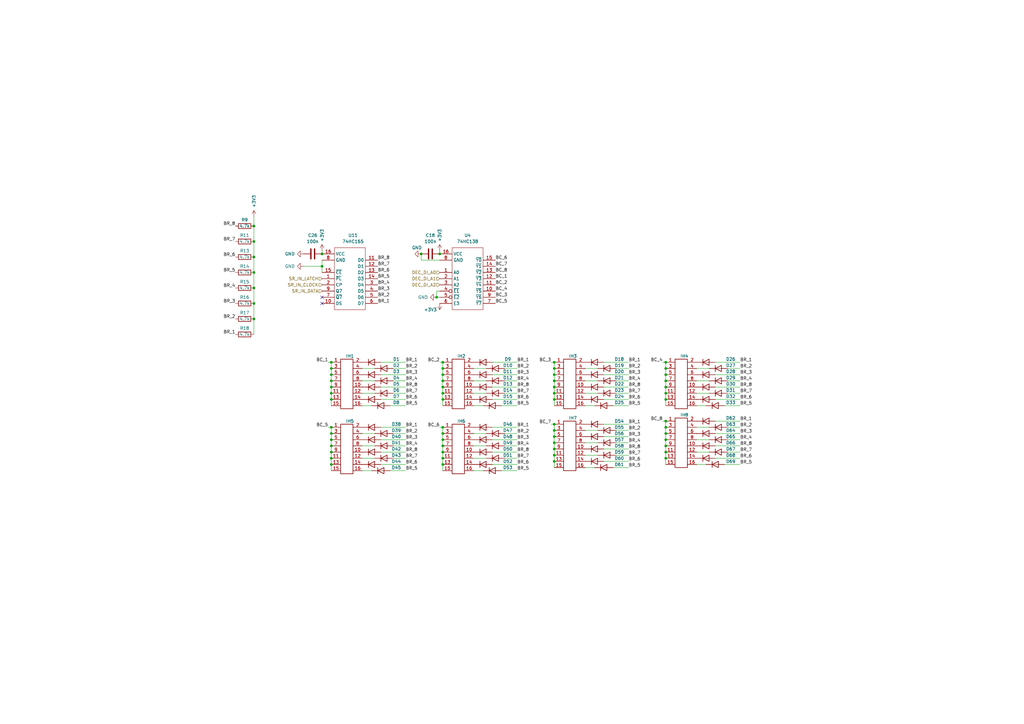
<source format=kicad_sch>
(kicad_sch (version 20211123) (generator eeschema)
  (paper "A3")
  (title_block (title "OpenDeck v2"))
  (lib_symbols
    (symbol "Connector_Generic:Conn_02x08_Odd_Even" (pin_names (offset 1.016) hide)
      (property "Reference" "IH1" (at 2.54 10.16 0))
      (symbol "Conn_02x08_Odd_Even_1_1"
        (rectangle (start -1.27 8.89) (end 3.81 -11.43) (stroke (width 0.254)))
        (pin passive line (at -5.08 7.62 0) (length 3.81) (name "Pin_1") (number "1"))
        (pin passive line (at 7.62 -2.54 180) (length 3.81) (name "Pin_10") (number "10"))
        (pin passive line (at -5.08 -5.08 0) (length 3.81) (name "Pin_11") (number "11"))
        (pin passive line (at 7.62 -5.08 180) (length 3.81) (name "Pin_12") (number "12"))
        (pin passive line (at -5.08 -7.62 0) (length 3.81) (name "Pin_13") (number "13"))
        (pin passive line (at 7.62 -7.62 180) (length 3.81) (name "Pin_14") (number "14"))
        (pin passive line (at -5.08 -10.16 0) (length 3.81) (name "Pin_15") (number "15"))
        (pin passive line (at 7.62 -10.16 180) (length 3.81) (name "Pin_16") (number "16"))
        (pin passive line (at 7.62 7.62 180) (length 3.81) (name "Pin_2") (number "2"))
        (pin passive line (at -5.08 5.08 0) (length 3.81) (name "Pin_3") (number "3"))
        (pin passive line (at 7.62 5.08 180) (length 3.81) (name "Pin_4") (number "4"))
        (pin passive line (at -5.08 2.54 0) (length 3.81) (name "Pin_5") (number "5"))
        (pin passive line (at 7.62 2.54 180) (length 3.81) (name "Pin_6") (number "6"))
        (pin passive line (at -5.08 0 0) (length 3.81) (name "Pin_7") (number "7"))
        (pin passive line (at 7.62 0 180) (length 3.81) (name "Pin_8") (number "8"))
        (pin passive line (at -5.08 -2.54 0) (length 3.81) (name "Pin_9") (number "9"))
      )
    )
    (symbol "Device:C" (pin_numbers hide) (pin_names (offset 0.254))
      (property "Reference" "C" (at 0.635 2.54 0))
      (property "Value" "C" (at 0.635 -2.54 0))
      (symbol "C_0_1"
        (polyline (pts (xy -2.032 -0.762) (xy 2.032 -0.762)) (stroke (width 0.508)))
        (polyline (pts (xy -2.032 0.762) (xy 2.032 0.762)) (stroke (width 0.508)))
      )
      (symbol "C_1_1"
        (pin passive line (at 0 3.81 270) (length 2.794) (name "~") (number "1"))
        (pin passive line (at 0 -3.81 90) (length 2.794) (name "~") (number "2"))
      )
    )
    (symbol "Device:R" (pin_numbers hide) (pin_names (offset 0))
      (property "Reference" "R" (at 2.032 0 90))
      (property "Value" "R" (at 0 0 90))
      (symbol "R_0_1"
        (rectangle (start -1.016 -2.54) (end 1.016 2.54) (stroke (width 0.254)))
      )
      (symbol "R_1_1"
        (pin passive line (at 0 3.81 270) (length 1.27) (name "~") (number "1"))
        (pin passive line (at 0 -3.81 90) (length 1.27) (name "~") (number "2"))
      )
    )
    (symbol "Diode:1N4148WT" (pin_numbers hide) (pin_names (offset 1.016) hide)
      (property "Reference" "D" (at 0 2.54 0))
      (property "Value" "1N4148WT" (at 0 -2.54 0))
      (symbol "1N4148WT_0_1"
        (polyline (pts (xy -1.27 1.27) (xy -1.27 -1.27)) (stroke (width 0.254)))
        (polyline (pts (xy 1.27 0) (xy -1.27 0)))
        (polyline (pts (xy 1.27 1.27) (xy 1.27 -1.27) (xy -1.27 0) (xy 1.27 1.27)) (stroke (width 0.254)))
      )
      (symbol "1N4148WT_1_1"
        (pin passive line (at -3.81 0 0) (length 2.54) (name "K") (number "1"))
        (pin passive line (at 3.81 0 180) (length 2.54) (name "A") (number "2"))
      )
    )
    (symbol "Igor:74HC138"
      (property "Reference" "U?" (at 6.35 29.21 0))
      (property "Value" "74HC138" (at 6.35 26.67 0))
      (symbol "74HC138_0_0"
        (pin power_in line (at -5.08 22.86 0) (length 5.08) (name "VCC") (number "16"))
      )
      (symbol "74HC138_0_1"
        (rectangle (start 0 25.4) (end 12.7 0))
      )
      (symbol "74HC138_1_1"
        (pin input line (at -5.08 15.24 0) (length 5.08) (name "A0") (number "1"))
        (pin output line (at 17.78 7.62 180) (length 5.08) (name "~{Y5}") (number "10"))
        (pin output line (at 17.78 10.16 180) (length 5.08) (name "~{Y4}") (number "11"))
        (pin output line (at 17.78 12.7 180) (length 5.08) (name "~{Y3}") (number "12"))
        (pin output line (at 17.78 15.24 180) (length 5.08) (name "~{Y2}") (number "13"))
        (pin output line (at 17.78 17.78 180) (length 5.08) (name "~{Y1}") (number "14"))
        (pin output line (at 17.78 20.32 180) (length 5.08) (name "~{Y0}") (number "15"))
        (pin input line (at -5.08 12.7 0) (length 5.08) (name "A1") (number "2"))
        (pin input line (at -5.08 10.16 0) (length 5.08) (name "A2") (number "3"))
        (pin input inverted (at -5.08 7.62 0) (length 5.08) (name "~{E1}") (number "4"))
        (pin input inverted (at -5.08 5.08 0) (length 5.08) (name "~{E2}") (number "5"))
        (pin input line (at -5.08 2.54 0) (length 5.08) (name "E3") (number "6"))
        (pin output line (at 17.78 2.54 180) (length 5.08) (name "~{Y7}") (number "7"))
        (pin power_in line (at -5.08 20.32 0) (length 5.08) (name "GND") (number "8"))
        (pin output line (at 17.78 5.08 180) (length 5.08) (name "~{Y6}") (number "9"))
      )
    )
    (symbol "Igor:74HC165"
      (property "Reference" "U?" (at 6.35 29.21 0))
      (property "Value" "74HC165" (at 6.35 26.67 0))
      (symbol "74HC165_1_0"
        (pin input line (at -5.08 12.7 0) (length 5.08) (name "~{PL}") (number "1"))
        (pin input line (at -5.08 2.54 0) (length 5.08) (name "DS") (number "10"))
        (pin input line (at 17.78 20.32 180) (length 5.08) (name "D0") (number "11"))
        (pin input line (at 17.78 17.78 180) (length 5.08) (name "D1") (number "12"))
        (pin input line (at 17.78 15.24 180) (length 5.08) (name "D2") (number "13"))
        (pin input line (at 17.78 12.7 180) (length 5.08) (name "D3") (number "14"))
        (pin input line (at -5.08 15.24 0) (length 5.08) (name "~{CE}") (number "15"))
        (pin power_in line (at -5.08 22.86 0) (length 5.08) (name "VCC") (number "16"))
        (pin input line (at -5.08 10.16 0) (length 5.08) (name "CP") (number "2"))
        (pin input line (at 17.78 10.16 180) (length 5.08) (name "D4") (number "3"))
        (pin input line (at 17.78 7.62 180) (length 5.08) (name "D5") (number "4"))
        (pin input line (at 17.78 5.08 180) (length 5.08) (name "D6") (number "5"))
        (pin input line (at 17.78 2.54 180) (length 5.08) (name "D7") (number "6"))
        (pin output line (at -5.08 5.08 0) (length 5.08) (name "~{Q7}") (number "7"))
        (pin power_in line (at -5.08 20.32 0) (length 5.08) (name "GND") (number "8"))
        (pin output line (at -5.08 7.62 0) (length 5.08) (name "Q7") (number "9"))
      )
      (symbol "74HC165_1_1"
        (rectangle (start 0 25.4) (end 12.7 0))
      )
    )
    (symbol "power:+3.3V" (power) (pin_names (offset 0))
      (property "Value" "+3.3V" (at 0 3.556 0))
      (symbol "+3.3V_0_1"
        (polyline (pts (xy -0.762 1.27) (xy 0 2.54)))
        (polyline (pts (xy 0 0) (xy 0 2.54)))
        (polyline (pts (xy 0 2.54) (xy 0.762 1.27)))
      )
      (symbol "+3.3V_1_1"
        (pin power_in line (at 0 0 90) (length 0) hide (name "+3V3") (number "1"))
      )
    )
    (symbol "power:GND" (power) (pin_names (offset 0))
      (property "Value" "GND" (at 0 -3.81 0))
      (symbol "GND_0_1"
        (polyline (pts (xy 0 0) (xy 0 -1.27) (xy 1.27 -1.27) (xy 0 -2.54) (xy -1.27 -1.27) (xy 0 -1.27)))
      )
      (symbol "GND_1_1"
        (pin power_in line (at 0 0 270) (length 0) hide (name "GND") (number "1"))
      )
    )
  )
  (junction (at 227.33 181.61))
  (junction (at 132.08 104.14))
  (junction (at 227.33 176.53))
  (junction (at 181.61 180.34))
  (junction (at 135.89 151.13))
  (junction (at 104.14 105.41))
  (junction (at 135.89 180.34))
  (junction (at 181.61 185.42))
  (junction (at 135.89 185.42))
  (junction (at 181.61 187.96))
  (junction (at 135.89 177.8))
  (junction (at 135.89 182.88))
  (junction (at 273.05 172.72))
  (junction (at 273.05 163.83))
  (junction (at 132.08 109.22))
  (junction (at 181.61 153.67))
  (junction (at 273.05 177.8))
  (junction (at 273.05 182.88))
  (junction (at 227.33 148.59))
  (junction (at 227.33 189.23))
  (junction (at 273.05 185.42))
  (junction (at 181.61 190.5))
  (junction (at 104.14 130.81))
  (junction (at 273.05 187.96))
  (junction (at 227.33 158.75))
  (junction (at 135.89 175.26))
  (junction (at 181.61 151.13))
  (junction (at 181.61 148.59))
  (junction (at 273.05 180.34))
  (junction (at 273.05 151.13))
  (junction (at 135.89 156.21))
  (junction (at 181.61 158.75))
  (junction (at 273.05 156.21))
  (junction (at 135.89 163.83))
  (junction (at 135.89 161.29))
  (junction (at 179.07 121.92))
  (junction (at 104.14 92.71))
  (junction (at 135.89 190.5))
  (junction (at 180.34 104.14))
  (junction (at 181.61 177.8))
  (junction (at 227.33 151.13))
  (junction (at 227.33 163.83))
  (junction (at 104.14 118.11))
  (junction (at 227.33 184.15))
  (junction (at 273.05 175.26))
  (junction (at 227.33 179.07))
  (junction (at 227.33 161.29))
  (junction (at 227.33 186.69))
  (junction (at 181.61 163.83))
  (junction (at 273.05 148.59))
  (junction (at 227.33 156.21))
  (junction (at 273.05 153.67))
  (junction (at 104.14 99.06))
  (junction (at 135.89 148.59))
  (junction (at 135.89 153.67))
  (junction (at 104.14 111.76))
  (junction (at 104.14 124.46))
  (junction (at 181.61 156.21))
  (junction (at 227.33 153.67))
  (junction (at 181.61 161.29))
  (junction (at 273.05 161.29))
  (junction (at 227.33 173.99))
  (junction (at 181.61 182.88))
  (junction (at 172.72 104.14))
  (junction (at 181.61 175.26))
  (junction (at 135.89 158.75))
  (junction (at 273.05 158.75))
  (junction (at 135.89 187.96))
  (no_connect (at 132.08 124.46))
  (no_connect (at 132.08 121.92))
  (wire (pts (xy 124.46 109.22) (xy 132.08 109.22)))
  (wire (pts (xy 156.21 163.83) (xy 166.37 163.83)))
  (wire (pts (xy 293.37 172.72) (xy 303.53 172.72)))
  (wire (pts (xy 247.65 158.75) (xy 257.81 158.75)))
  (wire (pts (xy 135.89 156.21) (xy 135.89 158.75)))
  (wire (pts (xy 161.29 161.29) (xy 166.37 161.29)))
  (wire (pts (xy 298.45 175.26) (xy 303.53 175.26)))
  (wire (pts (xy 201.93 153.67) (xy 212.09 153.67)))
  (wire (pts (xy 181.61 156.21) (xy 181.61 158.75)))
  (wire (pts (xy 298.45 156.21) (xy 303.53 156.21)))
  (wire (pts (xy 135.89 151.13) (xy 135.89 153.67)))
  (wire (pts (xy 181.61 158.75) (xy 181.61 161.29)))
  (wire (pts (xy 227.33 158.75) (xy 227.33 161.29)))
  (wire (pts (xy 293.37 187.96) (xy 303.53 187.96)))
  (wire (pts (xy 247.65 189.23) (xy 257.81 189.23)))
  (wire (pts (xy 247.65 184.15) (xy 257.81 184.15)))
  (wire (pts (xy 271.78 172.72) (xy 273.05 172.72)))
  (wire (pts (xy 297.18 190.5) (xy 303.53 190.5)))
  (wire (pts (xy 198.12 166.37) (xy 194.31 166.37)))
  (wire (pts (xy 180.34 102.87) (xy 180.34 104.14)))
  (wire (pts (xy 201.93 190.5) (xy 212.09 190.5)))
  (wire (pts (xy 135.89 187.96) (xy 135.89 190.5)))
  (wire (pts (xy 243.84 191.77) (xy 240.03 191.77)))
  (wire (pts (xy 298.45 180.34) (xy 303.53 180.34)))
  (wire (pts (xy 227.33 153.67) (xy 227.33 156.21)))
  (wire (pts (xy 247.65 163.83) (xy 257.81 163.83)))
  (wire (pts (xy 201.93 185.42) (xy 212.09 185.42)))
  (wire (pts (xy 251.46 191.77) (xy 257.81 191.77)))
  (wire (pts (xy 289.56 190.5) (xy 285.75 190.5)))
  (wire (pts (xy 132.08 106.68) (xy 132.08 109.22)))
  (wire (pts (xy 199.39 161.29) (xy 194.31 161.29)))
  (wire (pts (xy 132.08 102.87) (xy 132.08 104.14)))
  (wire (pts (xy 227.33 173.99) (xy 227.33 176.53)))
  (wire (pts (xy 104.14 99.06) (xy 104.14 105.41)))
  (wire (pts (xy 135.89 177.8) (xy 135.89 180.34)))
  (wire (pts (xy 273.05 156.21) (xy 273.05 158.75)))
  (wire (pts (xy 104.14 105.41) (xy 104.14 111.76)))
  (wire (pts (xy 180.34 106.68) (xy 172.72 106.68)))
  (wire (pts (xy 245.11 181.61) (xy 240.03 181.61)))
  (wire (pts (xy 227.33 189.23) (xy 227.33 191.77)))
  (wire (pts (xy 156.21 175.26) (xy 166.37 175.26)))
  (wire (pts (xy 243.84 166.37) (xy 240.03 166.37)))
  (wire (pts (xy 293.37 158.75) (xy 303.53 158.75)))
  (wire (pts (xy 290.83 156.21) (xy 285.75 156.21)))
  (wire (pts (xy 135.89 175.26) (xy 135.89 177.8)))
  (wire (pts (xy 251.46 166.37) (xy 257.81 166.37)))
  (wire (pts (xy 201.93 158.75) (xy 212.09 158.75)))
  (wire (pts (xy 293.37 177.8) (xy 303.53 177.8)))
  (wire (pts (xy 207.01 151.13) (xy 212.09 151.13)))
  (wire (pts (xy 153.67 182.88) (xy 148.59 182.88)))
  (wire (pts (xy 252.73 161.29) (xy 257.81 161.29)))
  (wire (pts (xy 180.34 175.26) (xy 181.61 175.26)))
  (wire (pts (xy 273.05 175.26) (xy 273.05 177.8)))
  (wire (pts (xy 181.61 187.96) (xy 181.61 190.5)))
  (wire (pts (xy 245.11 186.69) (xy 240.03 186.69)))
  (wire (pts (xy 181.61 180.34) (xy 181.61 182.88)))
  (wire (pts (xy 135.89 163.83) (xy 135.89 166.37)))
  (wire (pts (xy 273.05 161.29) (xy 273.05 163.83)))
  (wire (pts (xy 207.01 177.8) (xy 212.09 177.8)))
  (wire (pts (xy 227.33 181.61) (xy 227.33 184.15)))
  (wire (pts (xy 153.67 151.13) (xy 148.59 151.13)))
  (wire (pts (xy 201.93 163.83) (xy 212.09 163.83)))
  (wire (pts (xy 245.11 151.13) (xy 240.03 151.13)))
  (wire (pts (xy 293.37 163.83) (xy 303.53 163.83)))
  (wire (pts (xy 179.07 121.92) (xy 180.34 121.92)))
  (wire (pts (xy 180.34 119.38) (xy 179.07 119.38)))
  (wire (pts (xy 199.39 177.8) (xy 194.31 177.8)))
  (wire (pts (xy 273.05 153.67) (xy 273.05 156.21)))
  (wire (pts (xy 201.93 148.59) (xy 212.09 148.59)))
  (wire (pts (xy 207.01 182.88) (xy 212.09 182.88)))
  (wire (pts (xy 290.83 180.34) (xy 285.75 180.34)))
  (wire (pts (xy 181.61 190.5) (xy 181.61 193.04)))
  (wire (pts (xy 289.56 166.37) (xy 285.75 166.37)))
  (wire (pts (xy 273.05 172.72) (xy 273.05 175.26)))
  (wire (pts (xy 252.73 151.13) (xy 257.81 151.13)))
  (wire (pts (xy 252.73 186.69) (xy 257.81 186.69)))
  (wire (pts (xy 199.39 156.21) (xy 194.31 156.21)))
  (wire (pts (xy 298.45 161.29) (xy 303.53 161.29)))
  (wire (pts (xy 181.61 151.13) (xy 181.61 153.67)))
  (wire (pts (xy 135.89 153.67) (xy 135.89 156.21)))
  (wire (pts (xy 181.61 148.59) (xy 181.61 151.13)))
  (wire (pts (xy 135.89 148.59) (xy 135.89 151.13)))
  (wire (pts (xy 153.67 156.21) (xy 148.59 156.21)))
  (wire (pts (xy 179.07 119.38) (xy 179.07 121.92)))
  (wire (pts (xy 273.05 163.83) (xy 273.05 166.37)))
  (wire (pts (xy 207.01 156.21) (xy 212.09 156.21)))
  (wire (pts (xy 104.14 130.81) (xy 104.14 137.16)))
  (wire (pts (xy 181.61 163.83) (xy 181.61 166.37)))
  (wire (pts (xy 293.37 182.88) (xy 303.53 182.88)))
  (wire (pts (xy 199.39 187.96) (xy 194.31 187.96)))
  (wire (pts (xy 245.11 156.21) (xy 240.03 156.21)))
  (wire (pts (xy 252.73 156.21) (xy 257.81 156.21)))
  (wire (pts (xy 104.14 92.71) (xy 104.14 99.06)))
  (wire (pts (xy 181.61 182.88) (xy 181.61 185.42)))
  (wire (pts (xy 273.05 185.42) (xy 273.05 187.96)))
  (wire (pts (xy 104.14 88.9) (xy 104.14 92.71)))
  (wire (pts (xy 247.65 148.59) (xy 257.81 148.59)))
  (wire (pts (xy 132.08 109.22) (xy 132.08 111.76)))
  (wire (pts (xy 293.37 153.67) (xy 303.53 153.67)))
  (wire (pts (xy 104.14 111.76) (xy 104.14 118.11)))
  (wire (pts (xy 134.62 148.59) (xy 135.89 148.59)))
  (wire (pts (xy 156.21 180.34) (xy 166.37 180.34)))
  (wire (pts (xy 180.34 148.59) (xy 181.61 148.59)))
  (wire (pts (xy 298.45 151.13) (xy 303.53 151.13)))
  (wire (pts (xy 273.05 158.75) (xy 273.05 161.29)))
  (wire (pts (xy 135.89 182.88) (xy 135.89 185.42)))
  (wire (pts (xy 135.89 185.42) (xy 135.89 187.96)))
  (wire (pts (xy 135.89 158.75) (xy 135.89 161.29)))
  (wire (pts (xy 245.11 176.53) (xy 240.03 176.53)))
  (wire (pts (xy 252.73 176.53) (xy 257.81 176.53)))
  (wire (pts (xy 227.33 176.53) (xy 227.33 179.07)))
  (wire (pts (xy 152.4 166.37) (xy 148.59 166.37)))
  (wire (pts (xy 181.61 161.29) (xy 181.61 163.83)))
  (wire (pts (xy 227.33 161.29) (xy 227.33 163.83)))
  (wire (pts (xy 181.61 185.42) (xy 181.61 187.96)))
  (wire (pts (xy 227.33 156.21) (xy 227.33 158.75)))
  (wire (pts (xy 247.65 173.99) (xy 257.81 173.99)))
  (wire (pts (xy 135.89 190.5) (xy 135.89 193.04)))
  (wire (pts (xy 227.33 163.83) (xy 227.33 166.37)))
  (wire (pts (xy 135.89 180.34) (xy 135.89 182.88)))
  (wire (pts (xy 227.33 186.69) (xy 227.33 189.23)))
  (wire (pts (xy 181.61 175.26) (xy 181.61 177.8)))
  (wire (pts (xy 247.65 153.67) (xy 257.81 153.67)))
  (wire (pts (xy 161.29 156.21) (xy 166.37 156.21)))
  (wire (pts (xy 227.33 184.15) (xy 227.33 186.69)))
  (wire (pts (xy 199.39 151.13) (xy 194.31 151.13)))
  (wire (pts (xy 273.05 187.96) (xy 273.05 190.5)))
  (wire (pts (xy 273.05 177.8) (xy 273.05 180.34)))
  (wire (pts (xy 273.05 182.88) (xy 273.05 185.42)))
  (wire (pts (xy 161.29 177.8) (xy 166.37 177.8)))
  (wire (pts (xy 181.61 153.67) (xy 181.61 156.21)))
  (wire (pts (xy 290.83 185.42) (xy 285.75 185.42)))
  (wire (pts (xy 156.21 148.59) (xy 166.37 148.59)))
  (wire (pts (xy 227.33 148.59) (xy 227.33 151.13)))
  (wire (pts (xy 273.05 148.59) (xy 273.05 151.13)))
  (wire (pts (xy 297.18 166.37) (xy 303.53 166.37)))
  (wire (pts (xy 152.4 193.04) (xy 148.59 193.04)))
  (wire (pts (xy 161.29 182.88) (xy 166.37 182.88)))
  (wire (pts (xy 205.74 166.37) (xy 212.09 166.37)))
  (wire (pts (xy 153.67 177.8) (xy 148.59 177.8)))
  (wire (pts (xy 201.93 180.34) (xy 212.09 180.34)))
  (wire (pts (xy 247.65 179.07) (xy 257.81 179.07)))
  (wire (pts (xy 290.83 175.26) (xy 285.75 175.26)))
  (wire (pts (xy 293.37 148.59) (xy 303.53 148.59)))
  (wire (pts (xy 207.01 187.96) (xy 212.09 187.96)))
  (wire (pts (xy 160.02 193.04) (xy 166.37 193.04)))
  (wire (pts (xy 201.93 175.26) (xy 212.09 175.26)))
  (wire (pts (xy 172.72 106.68) (xy 172.72 104.14)))
  (wire (pts (xy 199.39 182.88) (xy 194.31 182.88)))
  (wire (pts (xy 290.83 151.13) (xy 285.75 151.13)))
  (wire (pts (xy 252.73 181.61) (xy 257.81 181.61)))
  (wire (pts (xy 205.74 193.04) (xy 212.09 193.04)))
  (wire (pts (xy 227.33 151.13) (xy 227.33 153.67)))
  (wire (pts (xy 135.89 161.29) (xy 135.89 163.83)))
  (wire (pts (xy 156.21 185.42) (xy 166.37 185.42)))
  (wire (pts (xy 156.21 158.75) (xy 166.37 158.75)))
  (wire (pts (xy 273.05 180.34) (xy 273.05 182.88)))
  (wire (pts (xy 226.06 148.59) (xy 227.33 148.59)))
  (wire (pts (xy 153.67 161.29) (xy 148.59 161.29)))
  (wire (pts (xy 161.29 187.96) (xy 166.37 187.96)))
  (wire (pts (xy 273.05 151.13) (xy 273.05 153.67)))
  (wire (pts (xy 198.12 193.04) (xy 194.31 193.04)))
  (wire (pts (xy 156.21 153.67) (xy 166.37 153.67)))
  (wire (pts (xy 153.67 187.96) (xy 148.59 187.96)))
  (wire (pts (xy 160.02 166.37) (xy 166.37 166.37)))
  (wire (pts (xy 298.45 185.42) (xy 303.53 185.42)))
  (wire (pts (xy 226.06 173.99) (xy 227.33 173.99)))
  (wire (pts (xy 245.11 161.29) (xy 240.03 161.29)))
  (wire (pts (xy 104.14 118.11) (xy 104.14 124.46)))
  (wire (pts (xy 181.61 177.8) (xy 181.61 180.34)))
  (wire (pts (xy 207.01 161.29) (xy 212.09 161.29)))
  (wire (pts (xy 290.83 161.29) (xy 285.75 161.29)))
  (wire (pts (xy 104.14 124.46) (xy 104.14 130.81)))
  (wire (pts (xy 156.21 190.5) (xy 166.37 190.5)))
  (wire (pts (xy 134.62 175.26) (xy 135.89 175.26)))
  (wire (pts (xy 161.29 151.13) (xy 166.37 151.13)))
  (wire (pts (xy 271.78 148.59) (xy 273.05 148.59)))
  (wire (pts (xy 227.33 179.07) (xy 227.33 181.61)))
  (label "BR_8" (at 303.53 182.88 0))
  (label "BR_4" (at 212.09 182.88 0))
  (label "BR_8" (at 96.52 92.71 180))
  (label "BC_8" (at 271.78 172.72 180))
  (label "BC_2" (at 203.2 116.84 0))
  (label "BR_8" (at 212.09 158.75 0))
  (label "BR_2" (at 303.53 175.26 0))
  (label "BR_4" (at 154.94 116.84 0))
  (label "BR_6" (at 257.81 163.83 0))
  (label "BR_7" (at 257.81 161.29 0))
  (label "BR_7" (at 96.52 99.06 180))
  (label "BR_1" (at 166.37 175.26 0))
  (label "BR_1" (at 303.53 172.72 0))
  (label "BR_8" (at 257.81 158.75 0))
  (label "BR_6" (at 154.94 111.76 0))
  (label "BR_4" (at 257.81 156.21 0))
  (label "BR_4" (at 166.37 156.21 0))
  (label "BR_1" (at 166.37 148.59 0))
  (label "BR_1" (at 303.53 148.59 0))
  (label "BR_5" (at 212.09 193.04 0))
  (label "BR_2" (at 96.52 130.81 180))
  (label "BR_7" (at 257.81 186.69 0))
  (label "BR_6" (at 212.09 163.83 0))
  (label "BR_5" (at 154.94 114.3 0))
  (label "BR_7" (at 166.37 161.29 0))
  (label "BR_2" (at 303.53 151.13 0))
  (label "BR_3" (at 257.81 153.67 0))
  (label "BR_5" (at 166.37 166.37 0))
  (label "BR_6" (at 257.81 189.23 0))
  (label "BR_7" (at 212.09 161.29 0))
  (label "BR_3" (at 96.52 124.46 180))
  (label "BR_3" (at 303.53 153.67 0))
  (label "BR_2" (at 166.37 151.13 0))
  (label "BC_1" (at 203.2 114.3 0))
  (label "BR_5" (at 212.09 166.37 0))
  (label "BR_8" (at 212.09 185.42 0))
  (label "BC_8" (at 203.2 111.76 0))
  (label "BC_4" (at 203.2 119.38 0))
  (label "BR_7" (at 303.53 185.42 0))
  (label "BC_1" (at 134.62 148.59 180))
  (label "BC_4" (at 271.78 148.59 180))
  (label "BR_4" (at 257.81 181.61 0))
  (label "BR_3" (at 166.37 153.67 0))
  (label "BR_5" (at 257.81 191.77 0))
  (label "BR_4" (at 96.52 118.11 180))
  (label "BR_2" (at 212.09 151.13 0))
  (label "BR_8" (at 303.53 158.75 0))
  (label "BR_8" (at 257.81 184.15 0))
  (label "BR_2" (at 212.09 177.8 0))
  (label "BR_1" (at 212.09 175.26 0))
  (label "BR_3" (at 166.37 180.34 0))
  (label "BR_1" (at 212.09 148.59 0))
  (label "BR_8" (at 166.37 185.42 0))
  (label "BR_4" (at 303.53 156.21 0))
  (label "BR_8" (at 154.94 106.68 0))
  (label "BR_6" (at 303.53 163.83 0))
  (label "BR_2" (at 257.81 151.13 0))
  (label "BR_3" (at 154.94 119.38 0))
  (label "BC_7" (at 226.06 173.99 180))
  (label "BR_3" (at 257.81 179.07 0))
  (label "BC_5" (at 203.2 124.46 0))
  (label "BR_1" (at 154.94 124.46 0))
  (label "BR_1" (at 257.81 148.59 0))
  (label "BR_6" (at 166.37 163.83 0))
  (label "BR_5" (at 303.53 190.5 0))
  (label "BR_5" (at 303.53 166.37 0))
  (label "BR_7" (at 212.09 187.96 0))
  (label "BR_8" (at 166.37 158.75 0))
  (label "BC_5" (at 134.62 175.26 180))
  (label "BC_7" (at 203.2 109.22 0))
  (label "BR_6" (at 166.37 190.5 0))
  (label "BR_1" (at 96.52 137.16 180))
  (label "BR_2" (at 166.37 177.8 0))
  (label "BR_4" (at 303.53 180.34 0))
  (label "BR_7" (at 303.53 161.29 0))
  (label "BR_3" (at 212.09 153.67 0))
  (label "BR_3" (at 303.53 177.8 0))
  (label "BR_3" (at 212.09 180.34 0))
  (label "BC_6" (at 180.34 175.26 180))
  (label "BR_5" (at 257.81 166.37 0))
  (label "BR_6" (at 303.53 187.96 0))
  (label "BC_2" (at 180.34 148.59 180))
  (label "BR_7" (at 166.37 187.96 0))
  (label "BR_6" (at 212.09 190.5 0))
  (label "BR_2" (at 154.94 121.92 0))
  (label "BR_5" (at 166.37 193.04 0))
  (label "BR_7" (at 154.94 109.22 0))
  (label "BR_4" (at 212.09 156.21 0))
  (label "BR_6" (at 96.52 105.41 180))
  (label "BC_3" (at 203.2 121.92 0))
  (label "BR_2" (at 257.81 176.53 0))
  (label "BR_4" (at 166.37 182.88 0))
  (label "BR_1" (at 257.81 173.99 0))
  (label "BR_5" (at 96.52 111.76 180))
  (label "BC_3" (at 226.06 148.59 180))
  (label "BC_6" (at 203.2 106.68 0))
  (hierarchical_label "DEC_DI_A1" (shape input) (at 180.34 114.3 180))
  (hierarchical_label "DEC_DI_A2" (shape input) (at 180.34 116.84 180))
  (hierarchical_label "SR_IN_DATA" (shape input) (at 132.08 119.38 180))
  (hierarchical_label "SR_IN_CLOCK" (shape input) (at 132.08 116.84 180))
  (hierarchical_label "SR_IN_LATCH" (shape input) (at 132.08 114.3 180))
  (hierarchical_label "DEC_DI_A0" (shape input) (at 180.34 111.76 180))
  (symbol (lib_id "Diode:1N4148WT") (at 198.12 175.26 0) (unit 1)
    (property "Reference" "D46" (at 208.28 173.99 0))
    (property "Value" "1N4148WT" (effects hide))
    (property "Footprint" "Diode_SMD:D_SOD-523" (effects hide))
    (property "Datasheet" "https://www.diodes.com/assets/Datasheets/ds30396.pdf" (effects hide))
    (property "LCSC" "C232841" (effects hide))
  )
  (symbol (lib_id "Diode:1N4148WT") (at 293.37 166.37 0) (unit 1)
    (property "Reference" "D33" (at 299.72 165.1 0))
    (property "Value" "1N4148WT" (effects hide))
    (property "Footprint" "Diode_SMD:D_SOD-523" (effects hide))
    (property "Datasheet" "https://www.diodes.com/assets/Datasheets/ds30396.pdf" (effects hide))
    (property "LCSC" "C232841" (effects hide))
  )
  (symbol (lib_id "power:+3.3V") (at 180.34 124.46 180) (unit 1)
    (property "Reference" "#PWR0176" (effects hide))
    (property "Value" "+3.3V" (at 176.53 127 0))
  )
  (symbol (lib_id "Device:C") (at 128.27 104.14 90) (unit 1)
    (property "Reference" "C26" (at 128.27 96.52 90))
    (property "Value" "100n" (at 128.27 99.06 90))
    (property "Footprint" "Capacitor_SMD:C_0402_1005Metric" (effects hide))
    (property "LCSC" "C1525" (effects hide))
  )
  (symbol (lib_id "Device:R") (at 100.33 137.16 90) (unit 1)
    (property "Reference" "R18" (at 100.33 134.62 90))
    (property "Value" "4.7k" (at 100.33 137.16 90))
    (property "Footprint" "Resistor_SMD:R_0402_1005Metric" (effects hide))
    (property "LCSC" "C25900" (effects hide))
  )
  (symbol (lib_id "Diode:1N4148WT") (at 248.92 186.69 0) (unit 1)
    (property "Reference" "D59" (at 254 185.42 0))
    (property "Value" "1N4148WT" (effects hide))
    (property "Footprint" "Diode_SMD:D_SOD-523" (effects hide))
    (property "Datasheet" "https://www.diodes.com/assets/Datasheets/ds30396.pdf" (effects hide))
    (property "LCSC" "C232841" (effects hide))
  )
  (symbol (lib_id "Connector_Generic:Conn_02x08_Odd_Even") (at 278.13 180.34 0) (unit 1)
    (property "Reference" "IH8" (at 280.67 170.18 0))
    (property "Value" "Conn_02x08_Top_Bottom" (effects hide))
    (property "Footprint" "Connector_PinHeader_2.54mm:PinHeader_2x08_P2.54mm_Vertical" (effects hide))
  )
  (symbol (lib_id "power:+3.3V") (at 180.34 102.87 0) (unit 1)
    (property "Reference" "#PWR0173" (effects hide))
    (property "Value" "+3.3V" (at 180.34 96.52 90))
  )
  (symbol (lib_id "Diode:1N4148WT") (at 294.64 180.34 0) (unit 1)
    (property "Reference" "D65" (at 299.72 179.07 0))
    (property "Value" "1N4148WT" (effects hide))
    (property "Footprint" "Diode_SMD:D_SOD-523" (effects hide))
    (property "Datasheet" "https://www.diodes.com/assets/Datasheets/ds30396.pdf" (effects hide))
    (property "LCSC" "C232841" (effects hide))
  )
  (symbol (lib_id "Connector_Generic:Conn_02x08_Odd_Even") (at 186.69 182.88 0) (unit 1)
    (property "Reference" "IH6" (at 189.23 172.72 0))
    (property "Value" "Conn_02x08_Top_Bottom" (effects hide))
    (property "Footprint" "Connector_PinHeader_2.54mm:PinHeader_2x08_P2.54mm_Vertical" (effects hide))
  )
  (symbol (lib_id "Diode:1N4148WT") (at 198.12 180.34 0) (unit 1)
    (property "Reference" "D48" (at 208.28 179.07 0))
    (property "Value" "1N4148WT" (effects hide))
    (property "Footprint" "Diode_SMD:D_SOD-523" (effects hide))
    (property "Datasheet" "https://www.diodes.com/assets/Datasheets/ds30396.pdf" (effects hide))
    (property "LCSC" "C232841" (effects hide))
  )
  (symbol (lib_id "Device:R") (at 100.33 99.06 90) (unit 1)
    (property "Reference" "R11" (at 100.33 96.52 90))
    (property "Value" "4.7k" (at 100.33 99.06 90))
    (property "Footprint" "Resistor_SMD:R_0402_1005Metric" (effects hide))
    (property "LCSC" "C25900" (effects hide))
  )
  (symbol (lib_id "Diode:1N4148WT") (at 157.48 182.88 0) (unit 1)
    (property "Reference" "D41" (at 162.56 181.61 0))
    (property "Value" "1N4148WT" (effects hide))
    (property "Footprint" "Diode_SMD:D_SOD-523" (effects hide))
    (property "Datasheet" "https://www.diodes.com/assets/Datasheets/ds30396.pdf" (effects hide))
    (property "LCSC" "C232841" (effects hide))
  )
  (symbol (lib_id "Diode:1N4148WT") (at 243.84 153.67 0) (unit 1)
    (property "Reference" "D20" (at 254 152.4 0))
    (property "Value" "1N4148WT" (effects hide))
    (property "Footprint" "Diode_SMD:D_SOD-523" (effects hide))
    (property "Datasheet" "https://www.diodes.com/assets/Datasheets/ds30396.pdf" (effects hide))
    (property "LCSC" "C232841" (effects hide))
  )
  (symbol (lib_id "Device:R") (at 100.33 111.76 90) (unit 1)
    (property "Reference" "R14" (at 100.33 109.22 90))
    (property "Value" "4.7k" (at 100.33 111.76 90))
    (property "Footprint" "Resistor_SMD:R_0402_1005Metric" (effects hide))
    (property "LCSC" "C25900" (effects hide))
  )
  (symbol (lib_id "Diode:1N4148WT") (at 289.56 153.67 0) (unit 1)
    (property "Reference" "D28" (at 299.72 152.4 0))
    (property "Value" "1N4148WT" (effects hide))
    (property "Footprint" "Diode_SMD:D_SOD-523" (effects hide))
    (property "Datasheet" "https://www.diodes.com/assets/Datasheets/ds30396.pdf" (effects hide))
    (property "LCSC" "C232841" (effects hide))
  )
  (symbol (lib_id "Diode:1N4148WT") (at 294.64 156.21 0) (unit 1)
    (property "Reference" "D29" (at 299.72 154.94 0))
    (property "Value" "1N4148WT" (effects hide))
    (property "Footprint" "Diode_SMD:D_SOD-523" (effects hide))
    (property "Datasheet" "https://www.diodes.com/assets/Datasheets/ds30396.pdf" (effects hide))
    (property "LCSC" "C232841" (effects hide))
  )
  (symbol (lib_id "Connector_Generic:Conn_02x08_Odd_Even") (at 140.97 182.88 0) (unit 1)
    (property "Reference" "IH5" (at 143.51 172.72 0))
    (property "Value" "Conn_02x08_Top_Bottom" (effects hide))
    (property "Footprint" "Connector_PinHeader_2.54mm:PinHeader_2x08_P2.54mm_Vertical" (effects hide))
  )
  (symbol (lib_id "Diode:1N4148WT") (at 203.2 187.96 0) (unit 1)
    (property "Reference" "D51" (at 208.28 186.69 0))
    (property "Value" "1N4148WT" (effects hide))
    (property "Footprint" "Diode_SMD:D_SOD-523" (effects hide))
    (property "Datasheet" "https://www.diodes.com/assets/Datasheets/ds30396.pdf" (effects hide))
    (property "LCSC" "C232841" (effects hide))
  )
  (symbol (lib_id "Diode:1N4148WT") (at 152.4 185.42 0) (unit 1)
    (property "Reference" "D42" (at 162.56 184.15 0))
    (property "Value" "1N4148WT" (effects hide))
    (property "Footprint" "Diode_SMD:D_SOD-523" (effects hide))
    (property "Datasheet" "https://www.diodes.com/assets/Datasheets/ds30396.pdf" (effects hide))
    (property "LCSC" "C232841" (effects hide))
  )
  (symbol (lib_id "Diode:1N4148WT") (at 289.56 172.72 0) (unit 1)
    (property "Reference" "D62" (at 299.72 171.45 0))
    (property "Value" "1N4148WT" (effects hide))
    (property "Footprint" "Diode_SMD:D_SOD-523" (effects hide))
    (property "Datasheet" "https://www.diodes.com/assets/Datasheets/ds30396.pdf" (effects hide))
    (property "LCSC" "C232841" (effects hide))
  )
  (symbol (lib_id "Diode:1N4148WT") (at 247.65 166.37 0) (unit 1)
    (property "Reference" "D25" (at 254 165.1 0))
    (property "Value" "1N4148WT" (effects hide))
    (property "Footprint" "Diode_SMD:D_SOD-523" (effects hide))
    (property "Datasheet" "https://www.diodes.com/assets/Datasheets/ds30396.pdf" (effects hide))
    (property "LCSC" "C232841" (effects hide))
  )
  (symbol (lib_id "Device:R") (at 100.33 118.11 90) (unit 1)
    (property "Reference" "R15" (at 100.33 115.57 90))
    (property "Value" "4.7k" (at 100.33 118.11 90))
    (property "Footprint" "Resistor_SMD:R_0402_1005Metric" (effects hide))
    (property "LCSC" "C25900" (effects hide))
  )
  (symbol (lib_id "Diode:1N4148WT") (at 198.12 148.59 0) (unit 1)
    (property "Reference" "D9" (at 208.28 147.32 0))
    (property "Value" "1N4148WT" (effects hide))
    (property "Footprint" "Diode_SMD:D_SOD-523" (effects hide))
    (property "Datasheet" "https://www.diodes.com/assets/Datasheets/ds30396.pdf" (effects hide))
    (property "LCSC" "C232841" (effects hide))
  )
  (symbol (lib_id "Diode:1N4148WT") (at 248.92 161.29 0) (unit 1)
    (property "Reference" "D23" (at 254 160.02 0))
    (property "Value" "1N4148WT" (effects hide))
    (property "Footprint" "Diode_SMD:D_SOD-523" (effects hide))
    (property "Datasheet" "https://www.diodes.com/assets/Datasheets/ds30396.pdf" (effects hide))
    (property "LCSC" "C232841" (effects hide))
  )
  (symbol (lib_id "Diode:1N4148WT") (at 156.21 193.04 0) (unit 1)
    (property "Reference" "D45" (at 162.56 191.77 0))
    (property "Value" "1N4148WT" (effects hide))
    (property "Footprint" "Diode_SMD:D_SOD-523" (effects hide))
    (property "Datasheet" "https://www.diodes.com/assets/Datasheets/ds30396.pdf" (effects hide))
    (property "LCSC" "C232841" (effects hide))
  )
  (symbol (lib_id "Diode:1N4148WT") (at 198.12 190.5 0) (unit 1)
    (property "Reference" "D52" (at 208.28 189.23 0))
    (property "Value" "1N4148WT" (effects hide))
    (property "Footprint" "Diode_SMD:D_SOD-523" (effects hide))
    (property "Datasheet" "https://www.diodes.com/assets/Datasheets/ds30396.pdf" (effects hide))
    (property "LCSC" "C232841" (effects hide))
  )
  (symbol (lib_id "Diode:1N4148WT") (at 203.2 161.29 0) (unit 1)
    (property "Reference" "D14" (at 208.28 160.02 0))
    (property "Value" "1N4148WT" (effects hide))
    (property "Footprint" "Diode_SMD:D_SOD-523" (effects hide))
    (property "Datasheet" "https://www.diodes.com/assets/Datasheets/ds30396.pdf" (effects hide))
    (property "LCSC" "C232841" (effects hide))
  )
  (symbol (lib_id "Diode:1N4148WT") (at 294.64 185.42 0) (unit 1)
    (property "Reference" "D67" (at 299.72 184.15 0))
    (property "Value" "1N4148WT" (effects hide))
    (property "Footprint" "Diode_SMD:D_SOD-523" (effects hide))
    (property "Datasheet" "https://www.diodes.com/assets/Datasheets/ds30396.pdf" (effects hide))
    (property "LCSC" "C232841" (effects hide))
  )
  (symbol (lib_id "Diode:1N4148WT") (at 203.2 182.88 0) (unit 1)
    (property "Reference" "D49" (at 208.28 181.61 0))
    (property "Value" "1N4148WT" (effects hide))
    (property "Footprint" "Diode_SMD:D_SOD-523" (effects hide))
    (property "Datasheet" "https://www.diodes.com/assets/Datasheets/ds30396.pdf" (effects hide))
    (property "LCSC" "C232841" (effects hide))
  )
  (symbol (lib_id "Connector_Generic:Conn_02x08_Odd_Even") (at 140.97 156.21 0) (unit 1)
    (property "Reference" "IH1" (at 143.51 146.05 0))
    (property "Value" "Conn_02x08_Top_Bottom" (effects hide))
    (property "Footprint" "Connector_PinHeader_2.54mm:PinHeader_2x08_P2.54mm_Vertical" (effects hide))
  )
  (symbol (lib_id "Diode:1N4148WT") (at 157.48 151.13 0) (unit 1)
    (property "Reference" "D2" (at 162.56 149.86 0))
    (property "Value" "1N4148WT" (effects hide))
    (property "Footprint" "Diode_SMD:D_SOD-523" (effects hide))
    (property "Datasheet" "https://www.diodes.com/assets/Datasheets/ds30396.pdf" (effects hide))
    (property "LCSC" "C232841" (effects hide))
  )
  (symbol (lib_id "Diode:1N4148WT") (at 152.4 190.5 0) (unit 1)
    (property "Reference" "D44" (at 162.56 189.23 0))
    (property "Value" "1N4148WT" (effects hide))
    (property "Footprint" "Diode_SMD:D_SOD-523" (effects hide))
    (property "Datasheet" "https://www.diodes.com/assets/Datasheets/ds30396.pdf" (effects hide))
    (property "LCSC" "C232841" (effects hide))
  )
  (symbol (lib_id "Diode:1N4148WT") (at 203.2 151.13 0) (unit 1)
    (property "Reference" "D10" (at 208.28 149.86 0))
    (property "Value" "1N4148WT" (effects hide))
    (property "Footprint" "Diode_SMD:D_SOD-523" (effects hide))
    (property "Datasheet" "https://www.diodes.com/assets/Datasheets/ds30396.pdf" (effects hide))
    (property "LCSC" "C232841" (effects hide))
  )
  (symbol (lib_id "Diode:1N4148WT") (at 157.48 156.21 0) (unit 1)
    (property "Reference" "D4" (at 162.56 154.94 0))
    (property "Value" "1N4148WT" (effects hide))
    (property "Footprint" "Diode_SMD:D_SOD-523" (effects hide))
    (property "Datasheet" "https://www.diodes.com/assets/Datasheets/ds30396.pdf" (effects hide))
    (property "LCSC" "C232841" (effects hide))
  )
  (symbol (lib_id "Diode:1N4148WT") (at 198.12 185.42 0) (unit 1)
    (property "Reference" "D50" (at 208.28 184.15 0))
    (property "Value" "1N4148WT" (effects hide))
    (property "Footprint" "Diode_SMD:D_SOD-523" (effects hide))
    (property "Datasheet" "https://www.diodes.com/assets/Datasheets/ds30396.pdf" (effects hide))
    (property "LCSC" "C232841" (effects hide))
  )
  (symbol (lib_id "Diode:1N4148WT") (at 293.37 190.5 0) (unit 1)
    (property "Reference" "D69" (at 299.72 189.23 0))
    (property "Value" "1N4148WT" (effects hide))
    (property "Footprint" "Diode_SMD:D_SOD-523" (effects hide))
    (property "Datasheet" "https://www.diodes.com/assets/Datasheets/ds30396.pdf" (effects hide))
    (property "LCSC" "C232841" (effects hide))
  )
  (symbol (lib_id "Diode:1N4148WT") (at 248.92 181.61 0) (unit 1)
    (property "Reference" "D57" (at 254 180.34 0))
    (property "Value" "1N4148WT" (effects hide))
    (property "Footprint" "Diode_SMD:D_SOD-523" (effects hide))
    (property "Datasheet" "https://www.diodes.com/assets/Datasheets/ds30396.pdf" (effects hide))
    (property "LCSC" "C232841" (effects hide))
  )
  (symbol (lib_id "Diode:1N4148WT") (at 152.4 180.34 0) (unit 1)
    (property "Reference" "D40" (at 162.56 179.07 0))
    (property "Value" "1N4148WT" (effects hide))
    (property "Footprint" "Diode_SMD:D_SOD-523" (effects hide))
    (property "Datasheet" "https://www.diodes.com/assets/Datasheets/ds30396.pdf" (effects hide))
    (property "LCSC" "C232841" (effects hide))
  )
  (symbol (lib_id "Diode:1N4148WT") (at 156.21 166.37 0) (unit 1)
    (property "Reference" "D8" (at 162.56 165.1 0))
    (property "Value" "1N4148WT" (effects hide))
    (property "Footprint" "Diode_SMD:D_SOD-523" (effects hide))
    (property "Datasheet" "https://www.diodes.com/assets/Datasheets/ds30396.pdf" (effects hide))
    (property "LCSC" "C232841" (effects hide))
  )
  (symbol (lib_id "Diode:1N4148WT") (at 157.48 177.8 0) (unit 1)
    (property "Reference" "D39" (at 162.56 176.53 0))
    (property "Value" "1N4148WT" (effects hide))
    (property "Footprint" "Diode_SMD:D_SOD-523" (effects hide))
    (property "Datasheet" "https://www.diodes.com/assets/Datasheets/ds30396.pdf" (effects hide))
    (property "LCSC" "C232841" (effects hide))
  )
  (symbol (lib_id "Device:R") (at 100.33 92.71 90) (unit 1)
    (property "Reference" "R9" (at 100.33 90.17 90))
    (property "Value" "4.7k" (at 100.33 92.71 90))
    (property "Footprint" "Resistor_SMD:R_0402_1005Metric" (effects hide))
    (property "LCSC" "C25900" (effects hide))
  )
  (symbol (lib_id "Diode:1N4148WT") (at 152.4 148.59 0) (unit 1)
    (property "Reference" "D1" (at 162.56 147.32 0))
    (property "Value" "1N4148WT" (effects hide))
    (property "Footprint" "Diode_SMD:D_SOD-523" (effects hide))
    (property "Datasheet" "https://www.diodes.com/assets/Datasheets/ds30396.pdf" (effects hide))
    (property "LCSC" "C232841" (effects hide))
  )
  (symbol (lib_id "Diode:1N4148WT") (at 198.12 153.67 0) (unit 1)
    (property "Reference" "D11" (at 208.28 152.4 0))
    (property "Value" "1N4148WT" (effects hide))
    (property "Footprint" "Diode_SMD:D_SOD-523" (effects hide))
    (property "Datasheet" "https://www.diodes.com/assets/Datasheets/ds30396.pdf" (effects hide))
    (property "LCSC" "C232841" (effects hide))
  )
  (symbol (lib_id "Connector_Generic:Conn_02x08_Odd_Even") (at 232.41 156.21 0) (unit 1)
    (property "Reference" "IH3" (at 234.95 146.05 0))
    (property "Value" "Conn_02x08_Top_Bottom" (effects hide))
    (property "Footprint" "Connector_PinHeader_2.54mm:PinHeader_2x08_P2.54mm_Vertical" (effects hide))
  )
  (symbol (lib_id "Connector_Generic:Conn_02x08_Odd_Even") (at 186.69 156.21 0) (unit 1)
    (property "Reference" "IH2" (at 189.23 146.05 0))
    (property "Value" "Conn_02x08_Top_Bottom" (effects hide))
    (property "Footprint" "Connector_PinHeader_2.54mm:PinHeader_2x08_P2.54mm_Vertical" (effects hide))
  )
  (symbol (lib_id "Diode:1N4148WT") (at 243.84 148.59 0) (unit 1)
    (property "Reference" "D18" (at 254 147.32 0))
    (property "Value" "1N4148WT" (effects hide))
    (property "Footprint" "Diode_SMD:D_SOD-523" (effects hide))
    (property "Datasheet" "https://www.diodes.com/assets/Datasheets/ds30396.pdf" (effects hide))
    (property "LCSC" "C232841" (effects hide))
  )
  (symbol (lib_id "power:GND") (at 179.07 121.92 270) (unit 1)
    (property "Reference" "#PWR0175" (effects hide))
    (property "Value" "GND" (at 171.45 121.92 90) (effects (justify left)))
  )
  (symbol (lib_id "Diode:1N4148WT") (at 294.64 175.26 0) (unit 1)
    (property "Reference" "D63" (at 299.72 173.99 0))
    (property "Value" "1N4148WT" (effects hide))
    (property "Footprint" "Diode_SMD:D_SOD-523" (effects hide))
    (property "Datasheet" "https://www.diodes.com/assets/Datasheets/ds30396.pdf" (effects hide))
    (property "LCSC" "C232841" (effects hide))
  )
  (symbol (lib_id "Diode:1N4148WT") (at 243.84 173.99 0) (unit 1)
    (property "Reference" "D54" (at 254 172.72 0))
    (property "Value" "1N4148WT" (effects hide))
    (property "Footprint" "Diode_SMD:D_SOD-523" (effects hide))
    (property "Datasheet" "https://www.diodes.com/assets/Datasheets/ds30396.pdf" (effects hide))
    (property "LCSC" "C232841" (effects hide))
  )
  (symbol (lib_id "Diode:1N4148WT") (at 152.4 163.83 0) (unit 1)
    (property "Reference" "D7" (at 162.56 162.56 0))
    (property "Value" "1N4148WT" (effects hide))
    (property "Footprint" "Diode_SMD:D_SOD-523" (effects hide))
    (property "Datasheet" "https://www.diodes.com/assets/Datasheets/ds30396.pdf" (effects hide))
    (property "LCSC" "C232841" (effects hide))
  )
  (symbol (lib_id "Diode:1N4148WT") (at 289.56 177.8 0) (unit 1)
    (property "Reference" "D64" (at 299.72 176.53 0))
    (property "Value" "1N4148WT" (effects hide))
    (property "Footprint" "Diode_SMD:D_SOD-523" (effects hide))
    (property "Datasheet" "https://www.diodes.com/assets/Datasheets/ds30396.pdf" (effects hide))
    (property "LCSC" "C232841" (effects hide))
  )
  (symbol (lib_id "Diode:1N4148WT") (at 243.84 158.75 0) (unit 1)
    (property "Reference" "D22" (at 254 157.48 0))
    (property "Value" "1N4148WT" (effects hide))
    (property "Footprint" "Diode_SMD:D_SOD-523" (effects hide))
    (property "Datasheet" "https://www.diodes.com/assets/Datasheets/ds30396.pdf" (effects hide))
    (property "LCSC" "C232841" (effects hide))
  )
  (symbol (lib_id "Device:R") (at 100.33 105.41 90) (unit 1)
    (property "Reference" "R13" (at 100.33 102.87 90))
    (property "Value" "4.7k" (at 100.33 105.41 90))
    (property "Footprint" "Resistor_SMD:R_0402_1005Metric" (effects hide))
    (property "LCSC" "C25900" (effects hide))
  )
  (symbol (lib_id "Diode:1N4148WT") (at 152.4 153.67 0) (unit 1)
    (property "Reference" "D3" (at 162.56 152.4 0))
    (property "Value" "1N4148WT" (effects hide))
    (property "Footprint" "Diode_SMD:D_SOD-523" (effects hide))
    (property "Datasheet" "https://www.diodes.com/assets/Datasheets/ds30396.pdf" (effects hide))
    (property "LCSC" "C232841" (effects hide))
  )
  (symbol (lib_id "Diode:1N4148WT") (at 243.84 179.07 0) (unit 1)
    (property "Reference" "D56" (at 254 177.8 0))
    (property "Value" "1N4148WT" (effects hide))
    (property "Footprint" "Diode_SMD:D_SOD-523" (effects hide))
    (property "Datasheet" "https://www.diodes.com/assets/Datasheets/ds30396.pdf" (effects hide))
    (property "LCSC" "C232841" (effects hide))
  )
  (symbol (lib_id "Diode:1N4148WT") (at 289.56 148.59 0) (unit 1)
    (property "Reference" "D26" (at 299.72 147.32 0))
    (property "Value" "1N4148WT" (effects hide))
    (property "Footprint" "Diode_SMD:D_SOD-523" (effects hide))
    (property "Datasheet" "https://www.diodes.com/assets/Datasheets/ds30396.pdf" (effects hide))
    (property "LCSC" "C232841" (effects hide))
  )
  (symbol (lib_id "Device:R") (at 100.33 130.81 90) (unit 1)
    (property "Reference" "R17" (at 100.33 128.27 90))
    (property "Value" "4.7k" (at 100.33 130.81 90))
    (property "Footprint" "Resistor_SMD:R_0402_1005Metric" (effects hide))
    (property "LCSC" "C25900" (effects hide))
  )
  (symbol (lib_id "Diode:1N4148WT") (at 157.48 187.96 0) (unit 1)
    (property "Reference" "D43" (at 162.56 186.69 0))
    (property "Value" "1N4148WT" (effects hide))
    (property "Footprint" "Diode_SMD:D_SOD-523" (effects hide))
    (property "Datasheet" "https://www.diodes.com/assets/Datasheets/ds30396.pdf" (effects hide))
    (property "LCSC" "C232841" (effects hide))
  )
  (symbol (lib_id "power:GND") (at 124.46 109.22 270) (unit 1)
    (property "Reference" "#PWR0162" (effects hide))
    (property "Value" "GND" (at 116.84 109.22 90) (effects (justify left)))
  )
  (symbol (lib_id "power:GND") (at 172.72 104.14 270) (unit 1)
    (property "Reference" "#PWR0106" (effects hide))
    (property "Value" "GND" (at 168.91 101.6 90) (effects (justify left)))
  )
  (symbol (lib_id "Diode:1N4148WT") (at 152.4 158.75 0) (unit 1)
    (property "Reference" "D5" (at 162.56 157.48 0))
    (property "Value" "1N4148WT" (effects hide))
    (property "Footprint" "Diode_SMD:D_SOD-523" (effects hide))
    (property "Datasheet" "https://www.diodes.com/assets/Datasheets/ds30396.pdf" (effects hide))
    (property "LCSC" "C232841" (effects hide))
  )
  (symbol (lib_id "Diode:1N4148WT") (at 201.93 166.37 0) (unit 1)
    (property "Reference" "D16" (at 208.28 165.1 0))
    (property "Value" "1N4148WT" (effects hide))
    (property "Footprint" "Diode_SMD:D_SOD-523" (effects hide))
    (property "Datasheet" "https://www.diodes.com/assets/Datasheets/ds30396.pdf" (effects hide))
    (property "LCSC" "C232841" (effects hide))
  )
  (symbol (lib_id "Diode:1N4148WT") (at 289.56 182.88 0) (unit 1)
    (property "Reference" "D66" (at 299.72 181.61 0))
    (property "Value" "1N4148WT" (effects hide))
    (property "Footprint" "Diode_SMD:D_SOD-523" (effects hide))
    (property "Datasheet" "https://www.diodes.com/assets/Datasheets/ds30396.pdf" (effects hide))
    (property "LCSC" "C232841" (effects hide))
  )
  (symbol (lib_id "Diode:1N4148WT") (at 203.2 156.21 0) (unit 1)
    (property "Reference" "D12" (at 208.28 154.94 0))
    (property "Value" "1N4148WT" (effects hide))
    (property "Footprint" "Diode_SMD:D_SOD-523" (effects hide))
    (property "Datasheet" "https://www.diodes.com/assets/Datasheets/ds30396.pdf" (effects hide))
    (property "LCSC" "C232841" (effects hide))
  )
  (symbol (lib_id "Diode:1N4148WT") (at 201.93 193.04 0) (unit 1)
    (property "Reference" "D53" (at 208.28 191.77 0))
    (property "Value" "1N4148WT" (effects hide))
    (property "Footprint" "Diode_SMD:D_SOD-523" (effects hide))
    (property "Datasheet" "https://www.diodes.com/assets/Datasheets/ds30396.pdf" (effects hide))
    (property "LCSC" "C232841" (effects hide))
  )
  (symbol (lib_id "power:+3.3V") (at 104.14 88.9 0) (unit 1)
    (property "Reference" "#PWR0172" (effects hide))
    (property "Value" "+3.3V" (at 104.14 82.55 90))
  )
  (symbol (lib_id "power:+3.3V") (at 132.08 102.87 0) (unit 1)
    (property "Reference" "#PWR0174" (effects hide))
    (property "Value" "+3.3V" (at 132.08 96.52 90))
  )
  (symbol (lib_id "Diode:1N4148WT") (at 203.2 177.8 0) (unit 1)
    (property "Reference" "D47" (at 208.28 176.53 0))
    (property "Value" "1N4148WT" (effects hide))
    (property "Footprint" "Diode_SMD:D_SOD-523" (effects hide))
    (property "Datasheet" "https://www.diodes.com/assets/Datasheets/ds30396.pdf" (effects hide))
    (property "LCSC" "C232841" (effects hide))
  )
  (symbol (lib_id "Diode:1N4148WT") (at 157.48 161.29 0) (unit 1)
    (property "Reference" "D6" (at 162.56 160.02 0))
    (property "Value" "1N4148WT" (effects hide))
    (property "Footprint" "Diode_SMD:D_SOD-523" (effects hide))
    (property "Datasheet" "https://www.diodes.com/assets/Datasheets/ds30396.pdf" (effects hide))
    (property "LCSC" "C232841" (effects hide))
  )
  (symbol (lib_id "Diode:1N4148WT") (at 289.56 187.96 0) (unit 1)
    (property "Reference" "D68" (at 299.72 186.69 0))
    (property "Value" "1N4148WT" (effects hide))
    (property "Footprint" "Diode_SMD:D_SOD-523" (effects hide))
    (property "Datasheet" "https://www.diodes.com/assets/Datasheets/ds30396.pdf" (effects hide))
    (property "LCSC" "C232841" (effects hide))
  )
  (symbol (lib_id "Igor:74HC138") (at 185.42 127 0) (unit 1)
    (property "Reference" "U4" (at 191.77 96.52 0))
    (property "Value" "74HC138" (at 191.77 99.06 0))
    (property "Footprint" "Package_SO:SO-16_3.9x9.9mm_P1.27mm" (effects hide))
    (property "LCSC" "C6818" (effects hide))
  )
  (symbol (lib_id "Diode:1N4148WT") (at 289.56 163.83 0) (unit 1)
    (property "Reference" "D32" (at 299.72 162.56 0))
    (property "Value" "1N4148WT" (effects hide))
    (property "Footprint" "Diode_SMD:D_SOD-523" (effects hide))
    (property "Datasheet" "https://www.diodes.com/assets/Datasheets/ds30396.pdf" (effects hide))
    (property "LCSC" "C232841" (effects hide))
  )
  (symbol (lib_id "Connector_Generic:Conn_02x08_Odd_Even") (at 232.41 181.61 0) (unit 1)
    (property "Reference" "IH7" (at 234.95 171.45 0))
    (property "Value" "Conn_02x08_Top_Bottom" (effects hide))
    (property "Footprint" "Connector_PinHeader_2.54mm:PinHeader_2x08_P2.54mm_Vertical" (effects hide))
  )
  (symbol (lib_id "Connector_Generic:Conn_02x08_Odd_Even") (at 278.13 156.21 0) (unit 1)
    (property "Reference" "IH4" (at 280.67 146.05 0))
    (property "Value" "Conn_02x08_Top_Bottom" (effects hide))
    (property "Footprint" "Connector_PinHeader_2.54mm:PinHeader_2x08_P2.54mm_Vertical" (effects hide))
  )
  (symbol (lib_id "Diode:1N4148WT") (at 247.65 191.77 0) (unit 1)
    (property "Reference" "D61" (at 254 190.5 0))
    (property "Value" "1N4148WT" (effects hide))
    (property "Footprint" "Diode_SMD:D_SOD-523" (effects hide))
    (property "Datasheet" "https://www.diodes.com/assets/Datasheets/ds30396.pdf" (effects hide))
    (property "LCSC" "C232841" (effects hide))
  )
  (symbol (lib_id "Device:R") (at 100.33 124.46 90) (unit 1)
    (property "Reference" "R16" (at 100.33 121.92 90))
    (property "Value" "4.7k" (at 100.33 124.46 90))
    (property "Footprint" "Resistor_SMD:R_0402_1005Metric" (effects hide))
    (property "LCSC" "C25900" (effects hide))
  )
  (symbol (lib_id "Diode:1N4148WT") (at 243.84 184.15 0) (unit 1)
    (property "Reference" "D58" (at 254 182.88 0))
    (property "Value" "1N4148WT" (effects hide))
    (property "Footprint" "Diode_SMD:D_SOD-523" (effects hide))
    (property "Datasheet" "https://www.diodes.com/assets/Datasheets/ds30396.pdf" (effects hide))
    (property "LCSC" "C232841" (effects hide))
  )
  (symbol (lib_id "Igor:74HC165") (at 137.16 127 0) (unit 1)
    (property "Reference" "U11" (at 144.78 96.52 0))
    (property "Value" "74HC165" (at 144.78 99.06 0))
    (property "Footprint" "Package_SO:SO-16_3.9x9.9mm_P1.27mm" (effects hide))
    (property "LCSC" "C5613" (effects hide))
  )
  (symbol (lib_id "Diode:1N4148WT") (at 152.4 175.26 0) (unit 1)
    (property "Reference" "D38" (at 162.56 173.99 0))
    (property "Value" "1N4148WT" (effects hide))
    (property "Footprint" "Diode_SMD:D_SOD-523" (effects hide))
    (property "Datasheet" "https://www.diodes.com/assets/Datasheets/ds30396.pdf" (effects hide))
    (property "LCSC" "C232841" (effects hide))
  )
  (symbol (lib_id "Diode:1N4148WT") (at 243.84 189.23 0) (unit 1)
    (property "Reference" "D60" (at 254 187.96 0))
    (property "Value" "1N4148WT" (effects hide))
    (property "Footprint" "Diode_SMD:D_SOD-523" (effects hide))
    (property "Datasheet" "https://www.diodes.com/assets/Datasheets/ds30396.pdf" (effects hide))
    (property "LCSC" "C232841" (effects hide))
  )
  (symbol (lib_id "Diode:1N4148WT") (at 248.92 156.21 0) (unit 1)
    (property "Reference" "D21" (at 254 154.94 0))
    (property "Value" "1N4148WT" (effects hide))
    (property "Footprint" "Diode_SMD:D_SOD-523" (effects hide))
    (property "Datasheet" "https://www.diodes.com/assets/Datasheets/ds30396.pdf" (effects hide))
    (property "LCSC" "C232841" (effects hide))
  )
  (symbol (lib_id "Diode:1N4148WT") (at 294.64 151.13 0) (unit 1)
    (property "Reference" "D27" (at 299.72 149.86 0))
    (property "Value" "1N4148WT" (effects hide))
    (property "Footprint" "Diode_SMD:D_SOD-523" (effects hide))
    (property "Datasheet" "https://www.diodes.com/assets/Datasheets/ds30396.pdf" (effects hide))
    (property "LCSC" "C232841" (effects hide))
  )
  (symbol (lib_id "Device:C") (at 176.53 104.14 90) (unit 1)
    (property "Reference" "C18" (at 176.53 96.52 90))
    (property "Value" "100n" (at 176.53 99.06 90))
    (property "Footprint" "Capacitor_SMD:C_0402_1005Metric" (effects hide))
    (property "LCSC" "C1525" (effects hide))
  )
  (symbol (lib_id "Diode:1N4148WT") (at 243.84 163.83 0) (unit 1)
    (property "Reference" "D24" (at 254 162.56 0))
    (property "Value" "1N4148WT" (effects hide))
    (property "Footprint" "Diode_SMD:D_SOD-523" (effects hide))
    (property "Datasheet" "https://www.diodes.com/assets/Datasheets/ds30396.pdf" (effects hide))
    (property "LCSC" "C232841" (effects hide))
  )
  (symbol (lib_id "Diode:1N4148WT") (at 198.12 158.75 0) (unit 1)
    (property "Reference" "D13" (at 208.28 157.48 0))
    (property "Value" "1N4148WT" (effects hide))
    (property "Footprint" "Diode_SMD:D_SOD-523" (effects hide))
    (property "Datasheet" "https://www.diodes.com/assets/Datasheets/ds30396.pdf" (effects hide))
    (property "LCSC" "C232841" (effects hide))
  )
  (symbol (lib_id "Diode:1N4148WT") (at 248.92 151.13 0) (unit 1)
    (property "Reference" "D19" (at 254 149.86 0))
    (property "Value" "1N4148WT" (effects hide))
    (property "Footprint" "Diode_SMD:D_SOD-523" (effects hide))
    (property "Datasheet" "https://www.diodes.com/assets/Datasheets/ds30396.pdf" (effects hide))
    (property "LCSC" "C232841" (effects hide))
  )
  (symbol (lib_id "power:GND") (at 124.46 104.14 270) (unit 1)
    (property "Reference" "#PWR0161" (effects hide))
    (property "Value" "GND" (at 116.84 104.14 90) (effects (justify left)))
  )
  (symbol (lib_id "Diode:1N4148WT") (at 198.12 163.83 0) (unit 1)
    (property "Reference" "D15" (at 208.28 162.56 0))
    (property "Value" "1N4148WT" (effects hide))
    (property "Footprint" "Diode_SMD:D_SOD-523" (effects hide))
    (property "Datasheet" "https://www.diodes.com/assets/Datasheets/ds30396.pdf" (effects hide))
    (property "LCSC" "C232841" (effects hide))
  )
  (symbol (lib_id "Diode:1N4148WT") (at 289.56 158.75 0) (unit 1)
    (property "Reference" "D30" (at 299.72 157.48 0))
    (property "Value" "1N4148WT" (effects hide))
    (property "Footprint" "Diode_SMD:D_SOD-523" (effects hide))
    (property "Datasheet" "https://www.diodes.com/assets/Datasheets/ds30396.pdf" (effects hide))
    (property "LCSC" "C232841" (effects hide))
  )
  (symbol (lib_id "Diode:1N4148WT") (at 248.92 176.53 0) (unit 1)
    (property "Reference" "D55" (at 254 175.26 0))
    (property "Value" "1N4148WT" (effects hide))
    (property "Footprint" "Diode_SMD:D_SOD-523" (effects hide))
    (property "Datasheet" "https://www.diodes.com/assets/Datasheets/ds30396.pdf" (effects hide))
    (property "LCSC" "C232841" (effects hide))
  )
  (symbol (lib_id "Diode:1N4148WT") (at 294.64 161.29 0) (unit 1)
    (property "Reference" "D31" (at 299.72 160.02 0))
    (property "Value" "1N4148WT" (effects hide))
    (property "Footprint" "Diode_SMD:D_SOD-523" (effects hide))
    (property "Datasheet" "https://www.diodes.com/assets/Datasheets/ds30396.pdf" (effects hide))
    (property "LCSC" "C232841" (effects hide))
  )
)
</source>
